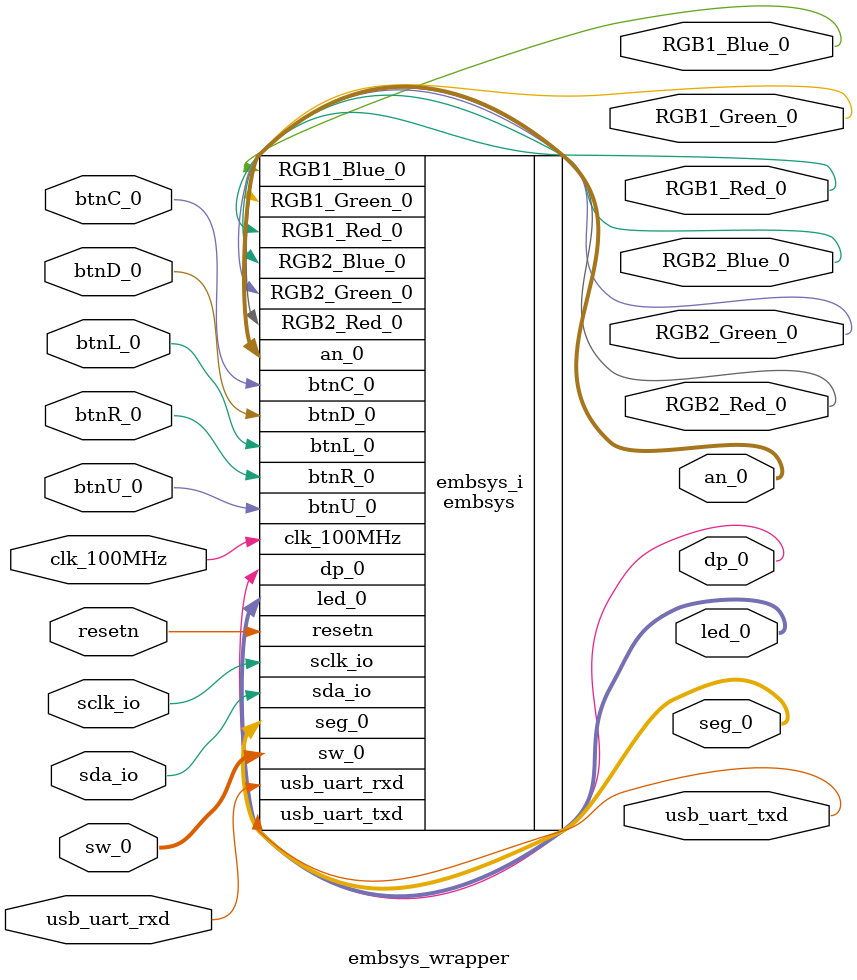
<source format=v>
`timescale 1 ps / 1 ps

module embsys_wrapper
   (RGB1_Blue_0,
    RGB1_Green_0,
    RGB1_Red_0,
    RGB2_Blue_0,
    RGB2_Green_0,
    RGB2_Red_0,
    an_0,
    btnC_0,
    btnD_0,
    btnL_0,
    btnR_0,
    btnU_0,
    clk_100MHz,
    dp_0,
    led_0,
    resetn,
    sclk_io,
    sda_io,
    seg_0,
    sw_0,
    usb_uart_rxd,
    usb_uart_txd);
  output RGB1_Blue_0;
  output RGB1_Green_0;
  output RGB1_Red_0;
  output RGB2_Blue_0;
  output RGB2_Green_0;
  output RGB2_Red_0;
  output [7:0]an_0;
  input btnC_0;
  input btnD_0;
  input btnL_0;
  input btnR_0;
  input btnU_0;
  input clk_100MHz;
  output dp_0;
  output [15:0]led_0;
  input resetn;
  inout sclk_io;
  inout sda_io;
  output [6:0]seg_0;
  input [15:0]sw_0;
  input usb_uart_rxd;
  output usb_uart_txd;

  wire RGB1_Blue_0;
  wire RGB1_Green_0;
  wire RGB1_Red_0;
  wire RGB2_Blue_0;
  wire RGB2_Green_0;
  wire RGB2_Red_0;
  wire [7:0]an_0;
  wire btnC_0;
  wire btnD_0;
  wire btnL_0;
  wire btnR_0;
  wire btnU_0;
  wire clk_100MHz;
  wire dp_0;
  wire [15:0]led_0;
  wire resetn;
  wire sclk_io;
  wire sda_io;
  wire [6:0]seg_0;
  wire [15:0]sw_0;
  wire usb_uart_rxd;
  wire usb_uart_txd;

  embsys embsys_i
       (.RGB1_Blue_0(RGB1_Blue_0),
        .RGB1_Green_0(RGB1_Green_0),
        .RGB1_Red_0(RGB1_Red_0),
        .RGB2_Blue_0(RGB2_Blue_0),
        .RGB2_Green_0(RGB2_Green_0),
        .RGB2_Red_0(RGB2_Red_0),
        .an_0(an_0),
        .btnC_0(btnC_0),
        .btnD_0(btnD_0),
        .btnL_0(btnL_0),
        .btnR_0(btnR_0),
        .btnU_0(btnU_0),
        .clk_100MHz(clk_100MHz),
        .dp_0(dp_0),
        .led_0(led_0),
        .resetn(resetn),
        .sclk_io(sclk_io),
        .sda_io(sda_io),
        .seg_0(seg_0),
        .sw_0(sw_0),
        .usb_uart_rxd(usb_uart_rxd),
        .usb_uart_txd(usb_uart_txd));
endmodule

</source>
